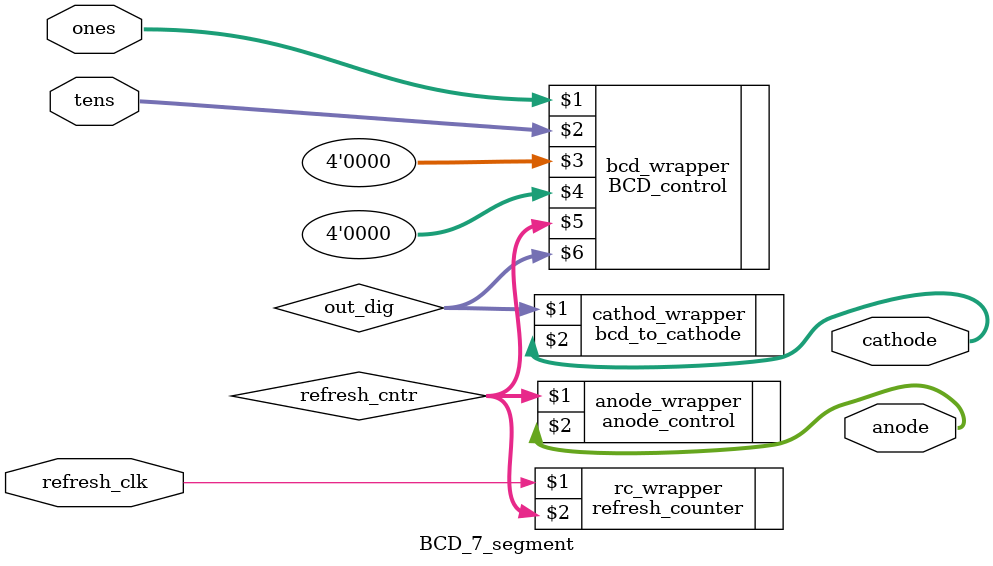
<source format=v>
`timescale 1ns / 1ps

/* 

    * Assignment - 5
    * Problem - 1
    * Semester - 5 (Autumn)
    * Group - 56
    * Group members - Utsav Mehta (20CS10069) and Vibhu (20CS10072)

*/

module BCD_7_segment(refresh_clk, ones, tens, anode, cathode);
	input wire refresh_clk;
	input wire [3:0] ones;
	input wire [3:0] tens;
	output wire [3:0] anode;
	output wire [7:0] cathode;
	
	wire [1:0] refresh_cntr;
	wire [3:0] out_dig;
	
	refresh_counter rc_wrapper(refresh_clk, refresh_cntr);
	anode_control anode_wrapper (refresh_cntr, anode);
	BCD_control bcd_wrapper(ones, tens, 4'd0, 4'd0, refresh_cntr, out_dig);
	bcd_to_cathode cathod_wrapper(out_dig, cathode);
	
endmodule

</source>
